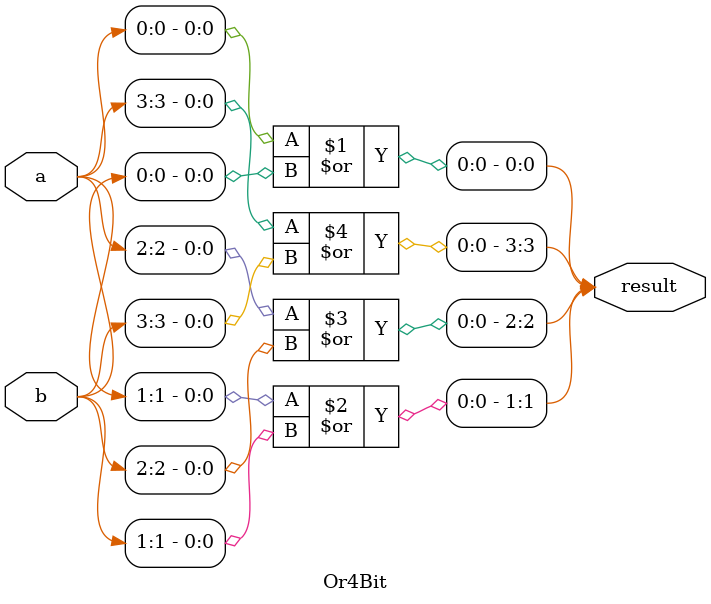
<source format=v>
module Or4Bit(output[3:0] result,
				  input[3:0] a, 
				  input[3:0] b);

	or or1(result[0], a[0], b[0]);
	or or2(result[1], a[1], b[1]);
	or or3(result[2], a[2], b[2]);
	or or4(result[3], a[3], b[3]);

endmodule 
</source>
